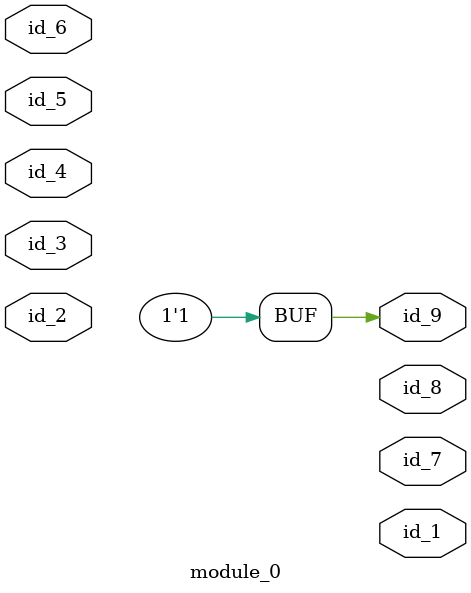
<source format=v>
module module_0 (
    id_1,
    id_2,
    id_3,
    id_4,
    id_5,
    id_6,
    id_7,
    id_8,
    id_9
);
  output id_9;
  output id_8;
  output id_7;
  input id_6;
  input id_5;
  input id_4;
  inout id_3;
  inout id_2;
  output id_1;
  assign id_9 = 1'b0 ? id_2 : 1;
  assign id_7[1] = id_5;
endmodule

</source>
